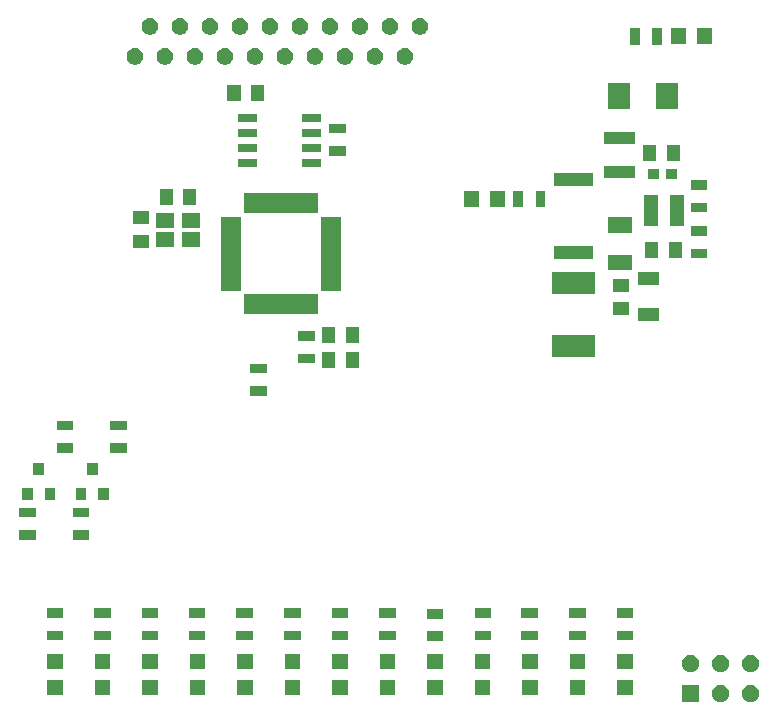
<source format=gts>
G04 #@! TF.GenerationSoftware,KiCad,Pcbnew,5.1.5-52549c5~84~ubuntu18.04.1*
G04 #@! TF.CreationDate,2019-12-12T20:24:59-05:00*
G04 #@! TF.ProjectId,Shutdown_Sense,53687574-646f-4776-9e5f-53656e73652e,rev?*
G04 #@! TF.SameCoordinates,Original*
G04 #@! TF.FileFunction,Soldermask,Top*
G04 #@! TF.FilePolarity,Negative*
%FSLAX46Y46*%
G04 Gerber Fmt 4.6, Leading zero omitted, Abs format (unit mm)*
G04 Created by KiCad (PCBNEW 5.1.5-52549c5~84~ubuntu18.04.1) date 2019-12-12 20:24:59*
%MOMM*%
%LPD*%
G04 APERTURE LIST*
%ADD10C,0.100000*%
G04 APERTURE END LIST*
D10*
G36*
X188483859Y-98693460D02*
G01*
X188620532Y-98750072D01*
X188743535Y-98832260D01*
X188848140Y-98936865D01*
X188930328Y-99059868D01*
X188986940Y-99196541D01*
X189015800Y-99341633D01*
X189015800Y-99489567D01*
X188986940Y-99634659D01*
X188930328Y-99771332D01*
X188848140Y-99894335D01*
X188743535Y-99998940D01*
X188620532Y-100081128D01*
X188620531Y-100081129D01*
X188620530Y-100081129D01*
X188483859Y-100137740D01*
X188338768Y-100166600D01*
X188190832Y-100166600D01*
X188045741Y-100137740D01*
X187909070Y-100081129D01*
X187909069Y-100081129D01*
X187909068Y-100081128D01*
X187786065Y-99998940D01*
X187681460Y-99894335D01*
X187599272Y-99771332D01*
X187542660Y-99634659D01*
X187513800Y-99489567D01*
X187513800Y-99341633D01*
X187542660Y-99196541D01*
X187599272Y-99059868D01*
X187681460Y-98936865D01*
X187786065Y-98832260D01*
X187909068Y-98750072D01*
X188045741Y-98693460D01*
X188190832Y-98664600D01*
X188338768Y-98664600D01*
X188483859Y-98693460D01*
G37*
G36*
X185943859Y-98693460D02*
G01*
X186080532Y-98750072D01*
X186203535Y-98832260D01*
X186308140Y-98936865D01*
X186390328Y-99059868D01*
X186446940Y-99196541D01*
X186475800Y-99341633D01*
X186475800Y-99489567D01*
X186446940Y-99634659D01*
X186390328Y-99771332D01*
X186308140Y-99894335D01*
X186203535Y-99998940D01*
X186080532Y-100081128D01*
X186080531Y-100081129D01*
X186080530Y-100081129D01*
X185943859Y-100137740D01*
X185798768Y-100166600D01*
X185650832Y-100166600D01*
X185505741Y-100137740D01*
X185369070Y-100081129D01*
X185369069Y-100081129D01*
X185369068Y-100081128D01*
X185246065Y-99998940D01*
X185141460Y-99894335D01*
X185059272Y-99771332D01*
X185002660Y-99634659D01*
X184973800Y-99489567D01*
X184973800Y-99341633D01*
X185002660Y-99196541D01*
X185059272Y-99059868D01*
X185141460Y-98936865D01*
X185246065Y-98832260D01*
X185369068Y-98750072D01*
X185505741Y-98693460D01*
X185650832Y-98664600D01*
X185798768Y-98664600D01*
X185943859Y-98693460D01*
G37*
G36*
X183935800Y-100166600D02*
G01*
X182433800Y-100166600D01*
X182433800Y-98664600D01*
X183935800Y-98664600D01*
X183935800Y-100166600D01*
G37*
G36*
X142103598Y-99591800D02*
G01*
X140801598Y-99591800D01*
X140801598Y-98289800D01*
X142103598Y-98289800D01*
X142103598Y-99591800D01*
G37*
G36*
X146125264Y-99591800D02*
G01*
X144823264Y-99591800D01*
X144823264Y-98289800D01*
X146125264Y-98289800D01*
X146125264Y-99591800D01*
G37*
G36*
X130038600Y-99591800D02*
G01*
X128736600Y-99591800D01*
X128736600Y-98289800D01*
X130038600Y-98289800D01*
X130038600Y-99591800D01*
G37*
G36*
X178298600Y-99591800D02*
G01*
X176996600Y-99591800D01*
X176996600Y-98289800D01*
X178298600Y-98289800D01*
X178298600Y-99591800D01*
G37*
G36*
X174276926Y-99591800D02*
G01*
X172974926Y-99591800D01*
X172974926Y-98289800D01*
X174276926Y-98289800D01*
X174276926Y-99591800D01*
G37*
G36*
X170255260Y-99591800D02*
G01*
X168953260Y-99591800D01*
X168953260Y-98289800D01*
X170255260Y-98289800D01*
X170255260Y-99591800D01*
G37*
G36*
X166233594Y-99591800D02*
G01*
X164931594Y-99591800D01*
X164931594Y-98289800D01*
X166233594Y-98289800D01*
X166233594Y-99591800D01*
G37*
G36*
X162211928Y-99591800D02*
G01*
X160909928Y-99591800D01*
X160909928Y-98289800D01*
X162211928Y-98289800D01*
X162211928Y-99591800D01*
G37*
G36*
X134060266Y-99591800D02*
G01*
X132758266Y-99591800D01*
X132758266Y-98289800D01*
X134060266Y-98289800D01*
X134060266Y-99591800D01*
G37*
G36*
X138081932Y-99591800D02*
G01*
X136779932Y-99591800D01*
X136779932Y-98289800D01*
X138081932Y-98289800D01*
X138081932Y-99591800D01*
G37*
G36*
X158190262Y-99591800D02*
G01*
X156888262Y-99591800D01*
X156888262Y-98289800D01*
X158190262Y-98289800D01*
X158190262Y-99591800D01*
G37*
G36*
X154168596Y-99591800D02*
G01*
X152866596Y-99591800D01*
X152866596Y-98289800D01*
X154168596Y-98289800D01*
X154168596Y-99591800D01*
G37*
G36*
X150146930Y-99591800D02*
G01*
X148844930Y-99591800D01*
X148844930Y-98289800D01*
X150146930Y-98289800D01*
X150146930Y-99591800D01*
G37*
G36*
X188483859Y-96153460D02*
G01*
X188620532Y-96210072D01*
X188743535Y-96292260D01*
X188848140Y-96396865D01*
X188930328Y-96519868D01*
X188986940Y-96656541D01*
X189015800Y-96801633D01*
X189015800Y-96949567D01*
X188986940Y-97094659D01*
X188930328Y-97231332D01*
X188848140Y-97354335D01*
X188743535Y-97458940D01*
X188620532Y-97541128D01*
X188620531Y-97541129D01*
X188620530Y-97541129D01*
X188483859Y-97597740D01*
X188338768Y-97626600D01*
X188190832Y-97626600D01*
X188045741Y-97597740D01*
X187909070Y-97541129D01*
X187909069Y-97541129D01*
X187909068Y-97541128D01*
X187786065Y-97458940D01*
X187681460Y-97354335D01*
X187599272Y-97231332D01*
X187542660Y-97094659D01*
X187513800Y-96949567D01*
X187513800Y-96801633D01*
X187542660Y-96656541D01*
X187599272Y-96519868D01*
X187681460Y-96396865D01*
X187786065Y-96292260D01*
X187909068Y-96210072D01*
X188045741Y-96153460D01*
X188190832Y-96124600D01*
X188338768Y-96124600D01*
X188483859Y-96153460D01*
G37*
G36*
X185943859Y-96153460D02*
G01*
X186080532Y-96210072D01*
X186203535Y-96292260D01*
X186308140Y-96396865D01*
X186390328Y-96519868D01*
X186446940Y-96656541D01*
X186475800Y-96801633D01*
X186475800Y-96949567D01*
X186446940Y-97094659D01*
X186390328Y-97231332D01*
X186308140Y-97354335D01*
X186203535Y-97458940D01*
X186080532Y-97541128D01*
X186080531Y-97541129D01*
X186080530Y-97541129D01*
X185943859Y-97597740D01*
X185798768Y-97626600D01*
X185650832Y-97626600D01*
X185505741Y-97597740D01*
X185369070Y-97541129D01*
X185369069Y-97541129D01*
X185369068Y-97541128D01*
X185246065Y-97458940D01*
X185141460Y-97354335D01*
X185059272Y-97231332D01*
X185002660Y-97094659D01*
X184973800Y-96949567D01*
X184973800Y-96801633D01*
X185002660Y-96656541D01*
X185059272Y-96519868D01*
X185141460Y-96396865D01*
X185246065Y-96292260D01*
X185369068Y-96210072D01*
X185505741Y-96153460D01*
X185650832Y-96124600D01*
X185798768Y-96124600D01*
X185943859Y-96153460D01*
G37*
G36*
X183403859Y-96153460D02*
G01*
X183540532Y-96210072D01*
X183663535Y-96292260D01*
X183768140Y-96396865D01*
X183850328Y-96519868D01*
X183906940Y-96656541D01*
X183935800Y-96801633D01*
X183935800Y-96949567D01*
X183906940Y-97094659D01*
X183850328Y-97231332D01*
X183768140Y-97354335D01*
X183663535Y-97458940D01*
X183540532Y-97541128D01*
X183540531Y-97541129D01*
X183540530Y-97541129D01*
X183403859Y-97597740D01*
X183258768Y-97626600D01*
X183110832Y-97626600D01*
X182965741Y-97597740D01*
X182829070Y-97541129D01*
X182829069Y-97541129D01*
X182829068Y-97541128D01*
X182706065Y-97458940D01*
X182601460Y-97354335D01*
X182519272Y-97231332D01*
X182462660Y-97094659D01*
X182433800Y-96949567D01*
X182433800Y-96801633D01*
X182462660Y-96656541D01*
X182519272Y-96519868D01*
X182601460Y-96396865D01*
X182706065Y-96292260D01*
X182829068Y-96210072D01*
X182965741Y-96153460D01*
X183110832Y-96124600D01*
X183258768Y-96124600D01*
X183403859Y-96153460D01*
G37*
G36*
X154168596Y-97391800D02*
G01*
X152866596Y-97391800D01*
X152866596Y-96089800D01*
X154168596Y-96089800D01*
X154168596Y-97391800D01*
G37*
G36*
X130038600Y-97391800D02*
G01*
X128736600Y-97391800D01*
X128736600Y-96089800D01*
X130038600Y-96089800D01*
X130038600Y-97391800D01*
G37*
G36*
X178298600Y-97391800D02*
G01*
X176996600Y-97391800D01*
X176996600Y-96089800D01*
X178298600Y-96089800D01*
X178298600Y-97391800D01*
G37*
G36*
X174276926Y-97391800D02*
G01*
X172974926Y-97391800D01*
X172974926Y-96089800D01*
X174276926Y-96089800D01*
X174276926Y-97391800D01*
G37*
G36*
X146125264Y-97391800D02*
G01*
X144823264Y-97391800D01*
X144823264Y-96089800D01*
X146125264Y-96089800D01*
X146125264Y-97391800D01*
G37*
G36*
X170255260Y-97391800D02*
G01*
X168953260Y-97391800D01*
X168953260Y-96089800D01*
X170255260Y-96089800D01*
X170255260Y-97391800D01*
G37*
G36*
X166233594Y-97391800D02*
G01*
X164931594Y-97391800D01*
X164931594Y-96089800D01*
X166233594Y-96089800D01*
X166233594Y-97391800D01*
G37*
G36*
X162211928Y-97391800D02*
G01*
X160909928Y-97391800D01*
X160909928Y-96089800D01*
X162211928Y-96089800D01*
X162211928Y-97391800D01*
G37*
G36*
X142103598Y-97391800D02*
G01*
X140801598Y-97391800D01*
X140801598Y-96089800D01*
X142103598Y-96089800D01*
X142103598Y-97391800D01*
G37*
G36*
X134060266Y-97391800D02*
G01*
X132758266Y-97391800D01*
X132758266Y-96089800D01*
X134060266Y-96089800D01*
X134060266Y-97391800D01*
G37*
G36*
X150146930Y-97391800D02*
G01*
X148844930Y-97391800D01*
X148844930Y-96089800D01*
X150146930Y-96089800D01*
X150146930Y-97391800D01*
G37*
G36*
X138081932Y-97391800D02*
G01*
X136779932Y-97391800D01*
X136779932Y-96089800D01*
X138081932Y-96089800D01*
X138081932Y-97391800D01*
G37*
G36*
X158190262Y-97391800D02*
G01*
X156888262Y-97391800D01*
X156888262Y-96089800D01*
X158190262Y-96089800D01*
X158190262Y-97391800D01*
G37*
G36*
X162245000Y-94975400D02*
G01*
X160843000Y-94975400D01*
X160843000Y-94173400D01*
X162245000Y-94173400D01*
X162245000Y-94975400D01*
G37*
G36*
X170271400Y-94924600D02*
G01*
X168869400Y-94924600D01*
X168869400Y-94122600D01*
X170271400Y-94122600D01*
X170271400Y-94924600D01*
G37*
G36*
X138115000Y-94924600D02*
G01*
X136713000Y-94924600D01*
X136713000Y-94122600D01*
X138115000Y-94122600D01*
X138115000Y-94924600D01*
G37*
G36*
X130088600Y-94924600D02*
G01*
X128686600Y-94924600D01*
X128686600Y-94122600D01*
X130088600Y-94122600D01*
X130088600Y-94924600D01*
G37*
G36*
X174335400Y-94924600D02*
G01*
X172933400Y-94924600D01*
X172933400Y-94122600D01*
X174335400Y-94122600D01*
X174335400Y-94924600D01*
G37*
G36*
X166309000Y-94924600D02*
G01*
X164907000Y-94924600D01*
X164907000Y-94122600D01*
X166309000Y-94122600D01*
X166309000Y-94924600D01*
G37*
G36*
X154218600Y-94924600D02*
G01*
X152816600Y-94924600D01*
X152816600Y-94122600D01*
X154218600Y-94122600D01*
X154218600Y-94924600D01*
G37*
G36*
X158231800Y-94924600D02*
G01*
X156829800Y-94924600D01*
X156829800Y-94122600D01*
X158231800Y-94122600D01*
X158231800Y-94924600D01*
G37*
G36*
X134101800Y-94924600D02*
G01*
X132699800Y-94924600D01*
X132699800Y-94122600D01*
X134101800Y-94122600D01*
X134101800Y-94924600D01*
G37*
G36*
X142128200Y-94924600D02*
G01*
X140726200Y-94924600D01*
X140726200Y-94122600D01*
X142128200Y-94122600D01*
X142128200Y-94924600D01*
G37*
G36*
X150205400Y-94924600D02*
G01*
X148803400Y-94924600D01*
X148803400Y-94122600D01*
X150205400Y-94122600D01*
X150205400Y-94924600D01*
G37*
G36*
X146141400Y-94924600D02*
G01*
X144739400Y-94924600D01*
X144739400Y-94122600D01*
X146141400Y-94122600D01*
X146141400Y-94924600D01*
G37*
G36*
X178348600Y-94909400D02*
G01*
X176946600Y-94909400D01*
X176946600Y-94107400D01*
X178348600Y-94107400D01*
X178348600Y-94909400D01*
G37*
G36*
X162245000Y-93075400D02*
G01*
X160843000Y-93075400D01*
X160843000Y-92273400D01*
X162245000Y-92273400D01*
X162245000Y-93075400D01*
G37*
G36*
X174335400Y-93024600D02*
G01*
X172933400Y-93024600D01*
X172933400Y-92222600D01*
X174335400Y-92222600D01*
X174335400Y-93024600D01*
G37*
G36*
X142128200Y-93024600D02*
G01*
X140726200Y-93024600D01*
X140726200Y-92222600D01*
X142128200Y-92222600D01*
X142128200Y-93024600D01*
G37*
G36*
X146141400Y-93024600D02*
G01*
X144739400Y-93024600D01*
X144739400Y-92222600D01*
X146141400Y-92222600D01*
X146141400Y-93024600D01*
G37*
G36*
X150205400Y-93024600D02*
G01*
X148803400Y-93024600D01*
X148803400Y-92222600D01*
X150205400Y-92222600D01*
X150205400Y-93024600D01*
G37*
G36*
X154218600Y-93024600D02*
G01*
X152816600Y-93024600D01*
X152816600Y-92222600D01*
X154218600Y-92222600D01*
X154218600Y-93024600D01*
G37*
G36*
X158231800Y-93024600D02*
G01*
X156829800Y-93024600D01*
X156829800Y-92222600D01*
X158231800Y-92222600D01*
X158231800Y-93024600D01*
G37*
G36*
X166309000Y-93024600D02*
G01*
X164907000Y-93024600D01*
X164907000Y-92222600D01*
X166309000Y-92222600D01*
X166309000Y-93024600D01*
G37*
G36*
X170271400Y-93024600D02*
G01*
X168869400Y-93024600D01*
X168869400Y-92222600D01*
X170271400Y-92222600D01*
X170271400Y-93024600D01*
G37*
G36*
X130088600Y-93024600D02*
G01*
X128686600Y-93024600D01*
X128686600Y-92222600D01*
X130088600Y-92222600D01*
X130088600Y-93024600D01*
G37*
G36*
X134101800Y-93024600D02*
G01*
X132699800Y-93024600D01*
X132699800Y-92222600D01*
X134101800Y-92222600D01*
X134101800Y-93024600D01*
G37*
G36*
X138115000Y-93024600D02*
G01*
X136713000Y-93024600D01*
X136713000Y-92222600D01*
X138115000Y-92222600D01*
X138115000Y-93024600D01*
G37*
G36*
X178348600Y-93009400D02*
G01*
X176946600Y-93009400D01*
X176946600Y-92207400D01*
X178348600Y-92207400D01*
X178348600Y-93009400D01*
G37*
G36*
X132273000Y-86390200D02*
G01*
X130871000Y-86390200D01*
X130871000Y-85588200D01*
X132273000Y-85588200D01*
X132273000Y-86390200D01*
G37*
G36*
X127751800Y-86390200D02*
G01*
X126349800Y-86390200D01*
X126349800Y-85588200D01*
X127751800Y-85588200D01*
X127751800Y-86390200D01*
G37*
G36*
X132273000Y-84490200D02*
G01*
X130871000Y-84490200D01*
X130871000Y-83688200D01*
X132273000Y-83688200D01*
X132273000Y-84490200D01*
G37*
G36*
X127751800Y-84490200D02*
G01*
X126349800Y-84490200D01*
X126349800Y-83688200D01*
X127751800Y-83688200D01*
X127751800Y-84490200D01*
G37*
G36*
X132038200Y-83034200D02*
G01*
X131136200Y-83034200D01*
X131136200Y-82032200D01*
X132038200Y-82032200D01*
X132038200Y-83034200D01*
G37*
G36*
X129417000Y-83034200D02*
G01*
X128515000Y-83034200D01*
X128515000Y-82032200D01*
X129417000Y-82032200D01*
X129417000Y-83034200D01*
G37*
G36*
X127517000Y-83034200D02*
G01*
X126615000Y-83034200D01*
X126615000Y-82032200D01*
X127517000Y-82032200D01*
X127517000Y-83034200D01*
G37*
G36*
X133938200Y-83034200D02*
G01*
X133036200Y-83034200D01*
X133036200Y-82032200D01*
X133938200Y-82032200D01*
X133938200Y-83034200D01*
G37*
G36*
X132988200Y-80934200D02*
G01*
X132086200Y-80934200D01*
X132086200Y-79932200D01*
X132988200Y-79932200D01*
X132988200Y-80934200D01*
G37*
G36*
X128467000Y-80934200D02*
G01*
X127565000Y-80934200D01*
X127565000Y-79932200D01*
X128467000Y-79932200D01*
X128467000Y-80934200D01*
G37*
G36*
X135473400Y-79024200D02*
G01*
X134071400Y-79024200D01*
X134071400Y-78222200D01*
X135473400Y-78222200D01*
X135473400Y-79024200D01*
G37*
G36*
X130952200Y-79024200D02*
G01*
X129550200Y-79024200D01*
X129550200Y-78222200D01*
X130952200Y-78222200D01*
X130952200Y-79024200D01*
G37*
G36*
X130952200Y-77124200D02*
G01*
X129550200Y-77124200D01*
X129550200Y-76322200D01*
X130952200Y-76322200D01*
X130952200Y-77124200D01*
G37*
G36*
X135473400Y-77124200D02*
G01*
X134071400Y-77124200D01*
X134071400Y-76322200D01*
X135473400Y-76322200D01*
X135473400Y-77124200D01*
G37*
G36*
X147309800Y-74198200D02*
G01*
X145907800Y-74198200D01*
X145907800Y-73396200D01*
X147309800Y-73396200D01*
X147309800Y-74198200D01*
G37*
G36*
X147309800Y-72298200D02*
G01*
X145907800Y-72298200D01*
X145907800Y-71496200D01*
X147309800Y-71496200D01*
X147309800Y-72298200D01*
G37*
G36*
X155119400Y-71846800D02*
G01*
X154017400Y-71846800D01*
X154017400Y-70494800D01*
X155119400Y-70494800D01*
X155119400Y-71846800D01*
G37*
G36*
X153119400Y-71846800D02*
G01*
X152017400Y-71846800D01*
X152017400Y-70494800D01*
X153119400Y-70494800D01*
X153119400Y-71846800D01*
G37*
G36*
X151373800Y-71455000D02*
G01*
X149971800Y-71455000D01*
X149971800Y-70653000D01*
X151373800Y-70653000D01*
X151373800Y-71455000D01*
G37*
G36*
X175084900Y-70920000D02*
G01*
X171482900Y-70920000D01*
X171482900Y-69038000D01*
X175084900Y-69038000D01*
X175084900Y-70920000D01*
G37*
G36*
X153119400Y-69764000D02*
G01*
X152017400Y-69764000D01*
X152017400Y-68412000D01*
X153119400Y-68412000D01*
X153119400Y-69764000D01*
G37*
G36*
X155119400Y-69764000D02*
G01*
X154017400Y-69764000D01*
X154017400Y-68412000D01*
X155119400Y-68412000D01*
X155119400Y-69764000D01*
G37*
G36*
X151373800Y-69555000D02*
G01*
X149971800Y-69555000D01*
X149971800Y-68753000D01*
X151373800Y-68753000D01*
X151373800Y-69555000D01*
G37*
G36*
X180484900Y-67869000D02*
G01*
X178782900Y-67869000D01*
X178782900Y-66767000D01*
X180484900Y-66767000D01*
X180484900Y-67869000D01*
G37*
G36*
X177960400Y-67393000D02*
G01*
X176608400Y-67393000D01*
X176608400Y-66291000D01*
X177960400Y-66291000D01*
X177960400Y-67393000D01*
G37*
G36*
X151665200Y-67280200D02*
G01*
X145413200Y-67280200D01*
X145413200Y-65578200D01*
X151665200Y-65578200D01*
X151665200Y-67280200D01*
G37*
G36*
X175084900Y-65640000D02*
G01*
X171482900Y-65640000D01*
X171482900Y-63758000D01*
X175084900Y-63758000D01*
X175084900Y-65640000D01*
G37*
G36*
X177960400Y-65393000D02*
G01*
X176608400Y-65393000D01*
X176608400Y-64291000D01*
X177960400Y-64291000D01*
X177960400Y-65393000D01*
G37*
G36*
X145140200Y-65305200D02*
G01*
X143438200Y-65305200D01*
X143438200Y-59053200D01*
X145140200Y-59053200D01*
X145140200Y-65305200D01*
G37*
G36*
X153640200Y-65305200D02*
G01*
X151938200Y-65305200D01*
X151938200Y-59053200D01*
X153640200Y-59053200D01*
X153640200Y-65305200D01*
G37*
G36*
X180484900Y-64869000D02*
G01*
X178782900Y-64869000D01*
X178782900Y-63767000D01*
X180484900Y-63767000D01*
X180484900Y-64869000D01*
G37*
G36*
X178269360Y-63597400D02*
G01*
X176167360Y-63597400D01*
X176167360Y-62295400D01*
X178269360Y-62295400D01*
X178269360Y-63597400D01*
G37*
G36*
X174929820Y-62648900D02*
G01*
X171627820Y-62648900D01*
X171627820Y-61546900D01*
X174929820Y-61546900D01*
X174929820Y-62648900D01*
G37*
G36*
X184607180Y-62565120D02*
G01*
X183205180Y-62565120D01*
X183205180Y-61763120D01*
X184607180Y-61763120D01*
X184607180Y-62565120D01*
G37*
G36*
X180454900Y-62517500D02*
G01*
X179352900Y-62517500D01*
X179352900Y-61165500D01*
X180454900Y-61165500D01*
X180454900Y-62517500D01*
G37*
G36*
X182454900Y-62517500D02*
G01*
X181352900Y-62517500D01*
X181352900Y-61165500D01*
X182454900Y-61165500D01*
X182454900Y-62517500D01*
G37*
G36*
X137378800Y-61698200D02*
G01*
X136026800Y-61698200D01*
X136026800Y-60596200D01*
X137378800Y-60596200D01*
X137378800Y-61698200D01*
G37*
G36*
X139452600Y-61649000D02*
G01*
X137950600Y-61649000D01*
X137950600Y-60347000D01*
X139452600Y-60347000D01*
X139452600Y-61649000D01*
G37*
G36*
X141652600Y-61649000D02*
G01*
X140150600Y-61649000D01*
X140150600Y-60347000D01*
X141652600Y-60347000D01*
X141652600Y-61649000D01*
G37*
G36*
X184607180Y-60665120D02*
G01*
X183205180Y-60665120D01*
X183205180Y-59863120D01*
X184607180Y-59863120D01*
X184607180Y-60665120D01*
G37*
G36*
X178269360Y-60397400D02*
G01*
X176167360Y-60397400D01*
X176167360Y-59095400D01*
X178269360Y-59095400D01*
X178269360Y-60397400D01*
G37*
G36*
X139452600Y-60049000D02*
G01*
X137950600Y-60049000D01*
X137950600Y-58747000D01*
X139452600Y-58747000D01*
X139452600Y-60049000D01*
G37*
G36*
X141652600Y-60049000D02*
G01*
X140150600Y-60049000D01*
X140150600Y-58747000D01*
X141652600Y-58747000D01*
X141652600Y-60049000D01*
G37*
G36*
X182600100Y-59873300D02*
G01*
X181438100Y-59873300D01*
X181438100Y-57221300D01*
X182600100Y-57221300D01*
X182600100Y-59873300D01*
G37*
G36*
X180400100Y-59873300D02*
G01*
X179238100Y-59873300D01*
X179238100Y-57221300D01*
X180400100Y-57221300D01*
X180400100Y-59873300D01*
G37*
G36*
X137378800Y-59698200D02*
G01*
X136026800Y-59698200D01*
X136026800Y-58596200D01*
X137378800Y-58596200D01*
X137378800Y-59698200D01*
G37*
G36*
X151665200Y-58780200D02*
G01*
X145413200Y-58780200D01*
X145413200Y-57078200D01*
X151665200Y-57078200D01*
X151665200Y-58780200D01*
G37*
G36*
X184622420Y-58678920D02*
G01*
X183220420Y-58678920D01*
X183220420Y-57876920D01*
X184622420Y-57876920D01*
X184622420Y-58678920D01*
G37*
G36*
X170885900Y-58270700D02*
G01*
X170083900Y-58270700D01*
X170083900Y-56868700D01*
X170885900Y-56868700D01*
X170885900Y-58270700D01*
G37*
G36*
X168985900Y-58270700D02*
G01*
X168183900Y-58270700D01*
X168183900Y-56868700D01*
X168985900Y-56868700D01*
X168985900Y-58270700D01*
G37*
G36*
X165285900Y-58220700D02*
G01*
X163983900Y-58220700D01*
X163983900Y-56918700D01*
X165285900Y-56918700D01*
X165285900Y-58220700D01*
G37*
G36*
X167485900Y-58220700D02*
G01*
X166183900Y-58220700D01*
X166183900Y-56918700D01*
X167485900Y-56918700D01*
X167485900Y-58220700D01*
G37*
G36*
X141352600Y-58080000D02*
G01*
X140250600Y-58080000D01*
X140250600Y-56728000D01*
X141352600Y-56728000D01*
X141352600Y-58080000D01*
G37*
G36*
X139352600Y-58080000D02*
G01*
X138250600Y-58080000D01*
X138250600Y-56728000D01*
X139352600Y-56728000D01*
X139352600Y-58080000D01*
G37*
G36*
X184622420Y-56778920D02*
G01*
X183220420Y-56778920D01*
X183220420Y-55976920D01*
X184622420Y-55976920D01*
X184622420Y-56778920D01*
G37*
G36*
X174929820Y-56448900D02*
G01*
X171627820Y-56448900D01*
X171627820Y-55346900D01*
X174929820Y-55346900D01*
X174929820Y-56448900D01*
G37*
G36*
X182025400Y-55854000D02*
G01*
X181123400Y-55854000D01*
X181123400Y-55002000D01*
X182025400Y-55002000D01*
X182025400Y-55854000D01*
G37*
G36*
X180525400Y-55854000D02*
G01*
X179623400Y-55854000D01*
X179623400Y-55002000D01*
X180525400Y-55002000D01*
X180525400Y-55854000D01*
G37*
G36*
X178458400Y-55791500D02*
G01*
X175856400Y-55791500D01*
X175856400Y-54789500D01*
X178458400Y-54789500D01*
X178458400Y-55791500D01*
G37*
G36*
X151912800Y-54834000D02*
G01*
X150260800Y-54834000D01*
X150260800Y-54132000D01*
X151912800Y-54132000D01*
X151912800Y-54834000D01*
G37*
G36*
X146512800Y-54834000D02*
G01*
X144860800Y-54834000D01*
X144860800Y-54132000D01*
X146512800Y-54132000D01*
X146512800Y-54834000D01*
G37*
G36*
X180284720Y-54298060D02*
G01*
X179182720Y-54298060D01*
X179182720Y-52946060D01*
X180284720Y-52946060D01*
X180284720Y-54298060D01*
G37*
G36*
X182284720Y-54298060D02*
G01*
X181182720Y-54298060D01*
X181182720Y-52946060D01*
X182284720Y-52946060D01*
X182284720Y-54298060D01*
G37*
G36*
X154015400Y-53878200D02*
G01*
X152613400Y-53878200D01*
X152613400Y-53076200D01*
X154015400Y-53076200D01*
X154015400Y-53878200D01*
G37*
G36*
X146512800Y-53564000D02*
G01*
X144860800Y-53564000D01*
X144860800Y-52862000D01*
X146512800Y-52862000D01*
X146512800Y-53564000D01*
G37*
G36*
X151912800Y-53564000D02*
G01*
X150260800Y-53564000D01*
X150260800Y-52862000D01*
X151912800Y-52862000D01*
X151912800Y-53564000D01*
G37*
G36*
X178458400Y-52891500D02*
G01*
X175856400Y-52891500D01*
X175856400Y-51889500D01*
X178458400Y-51889500D01*
X178458400Y-52891500D01*
G37*
G36*
X146512800Y-52294000D02*
G01*
X144860800Y-52294000D01*
X144860800Y-51592000D01*
X146512800Y-51592000D01*
X146512800Y-52294000D01*
G37*
G36*
X151912800Y-52294000D02*
G01*
X150260800Y-52294000D01*
X150260800Y-51592000D01*
X151912800Y-51592000D01*
X151912800Y-52294000D01*
G37*
G36*
X154015400Y-51978200D02*
G01*
X152613400Y-51978200D01*
X152613400Y-51176200D01*
X154015400Y-51176200D01*
X154015400Y-51978200D01*
G37*
G36*
X151912800Y-51024000D02*
G01*
X150260800Y-51024000D01*
X150260800Y-50322000D01*
X151912800Y-50322000D01*
X151912800Y-51024000D01*
G37*
G36*
X146512800Y-51024000D02*
G01*
X144860800Y-51024000D01*
X144860800Y-50322000D01*
X146512800Y-50322000D01*
X146512800Y-51024000D01*
G37*
G36*
X182161400Y-49954500D02*
G01*
X180281400Y-49954500D01*
X180281400Y-47693500D01*
X182161400Y-47693500D01*
X182161400Y-49954500D01*
G37*
G36*
X178097400Y-49954500D02*
G01*
X176217400Y-49954500D01*
X176217400Y-47693500D01*
X178097400Y-47693500D01*
X178097400Y-49954500D01*
G37*
G36*
X145093000Y-49240800D02*
G01*
X143991000Y-49240800D01*
X143991000Y-47888800D01*
X145093000Y-47888800D01*
X145093000Y-49240800D01*
G37*
G36*
X147093000Y-49240800D02*
G01*
X145991000Y-49240800D01*
X145991000Y-47888800D01*
X147093000Y-47888800D01*
X147093000Y-49240800D01*
G37*
G36*
X138888473Y-44799938D02*
G01*
X139016049Y-44852782D01*
X139130859Y-44929495D01*
X139228505Y-45027141D01*
X139305218Y-45141951D01*
X139358062Y-45269527D01*
X139385000Y-45404956D01*
X139385000Y-45543044D01*
X139358062Y-45678473D01*
X139305218Y-45806049D01*
X139228505Y-45920859D01*
X139130859Y-46018505D01*
X139016049Y-46095218D01*
X138888473Y-46148062D01*
X138753044Y-46175000D01*
X138614956Y-46175000D01*
X138479527Y-46148062D01*
X138351951Y-46095218D01*
X138237141Y-46018505D01*
X138139495Y-45920859D01*
X138062782Y-45806049D01*
X138009938Y-45678473D01*
X137983000Y-45543044D01*
X137983000Y-45404956D01*
X138009938Y-45269527D01*
X138062782Y-45141951D01*
X138139495Y-45027141D01*
X138237141Y-44929495D01*
X138351951Y-44852782D01*
X138479527Y-44799938D01*
X138614956Y-44773000D01*
X138753044Y-44773000D01*
X138888473Y-44799938D01*
G37*
G36*
X143968473Y-44799938D02*
G01*
X144096049Y-44852782D01*
X144210859Y-44929495D01*
X144308505Y-45027141D01*
X144385218Y-45141951D01*
X144438062Y-45269527D01*
X144465000Y-45404956D01*
X144465000Y-45543044D01*
X144438062Y-45678473D01*
X144385218Y-45806049D01*
X144308505Y-45920859D01*
X144210859Y-46018505D01*
X144096049Y-46095218D01*
X143968473Y-46148062D01*
X143833044Y-46175000D01*
X143694956Y-46175000D01*
X143559527Y-46148062D01*
X143431951Y-46095218D01*
X143317141Y-46018505D01*
X143219495Y-45920859D01*
X143142782Y-45806049D01*
X143089938Y-45678473D01*
X143063000Y-45543044D01*
X143063000Y-45404956D01*
X143089938Y-45269527D01*
X143142782Y-45141951D01*
X143219495Y-45027141D01*
X143317141Y-44929495D01*
X143431951Y-44852782D01*
X143559527Y-44799938D01*
X143694956Y-44773000D01*
X143833044Y-44773000D01*
X143968473Y-44799938D01*
G37*
G36*
X146508473Y-44799938D02*
G01*
X146636049Y-44852782D01*
X146750859Y-44929495D01*
X146848505Y-45027141D01*
X146925218Y-45141951D01*
X146978062Y-45269527D01*
X147005000Y-45404956D01*
X147005000Y-45543044D01*
X146978062Y-45678473D01*
X146925218Y-45806049D01*
X146848505Y-45920859D01*
X146750859Y-46018505D01*
X146636049Y-46095218D01*
X146508473Y-46148062D01*
X146373044Y-46175000D01*
X146234956Y-46175000D01*
X146099527Y-46148062D01*
X145971951Y-46095218D01*
X145857141Y-46018505D01*
X145759495Y-45920859D01*
X145682782Y-45806049D01*
X145629938Y-45678473D01*
X145603000Y-45543044D01*
X145603000Y-45404956D01*
X145629938Y-45269527D01*
X145682782Y-45141951D01*
X145759495Y-45027141D01*
X145857141Y-44929495D01*
X145971951Y-44852782D01*
X146099527Y-44799938D01*
X146234956Y-44773000D01*
X146373044Y-44773000D01*
X146508473Y-44799938D01*
G37*
G36*
X149048473Y-44799938D02*
G01*
X149176049Y-44852782D01*
X149290859Y-44929495D01*
X149388505Y-45027141D01*
X149465218Y-45141951D01*
X149518062Y-45269527D01*
X149545000Y-45404956D01*
X149545000Y-45543044D01*
X149518062Y-45678473D01*
X149465218Y-45806049D01*
X149388505Y-45920859D01*
X149290859Y-46018505D01*
X149176049Y-46095218D01*
X149048473Y-46148062D01*
X148913044Y-46175000D01*
X148774956Y-46175000D01*
X148639527Y-46148062D01*
X148511951Y-46095218D01*
X148397141Y-46018505D01*
X148299495Y-45920859D01*
X148222782Y-45806049D01*
X148169938Y-45678473D01*
X148143000Y-45543044D01*
X148143000Y-45404956D01*
X148169938Y-45269527D01*
X148222782Y-45141951D01*
X148299495Y-45027141D01*
X148397141Y-44929495D01*
X148511951Y-44852782D01*
X148639527Y-44799938D01*
X148774956Y-44773000D01*
X148913044Y-44773000D01*
X149048473Y-44799938D01*
G37*
G36*
X154128473Y-44799938D02*
G01*
X154256049Y-44852782D01*
X154370859Y-44929495D01*
X154468505Y-45027141D01*
X154545218Y-45141951D01*
X154598062Y-45269527D01*
X154625000Y-45404956D01*
X154625000Y-45543044D01*
X154598062Y-45678473D01*
X154545218Y-45806049D01*
X154468505Y-45920859D01*
X154370859Y-46018505D01*
X154256049Y-46095218D01*
X154128473Y-46148062D01*
X153993044Y-46175000D01*
X153854956Y-46175000D01*
X153719527Y-46148062D01*
X153591951Y-46095218D01*
X153477141Y-46018505D01*
X153379495Y-45920859D01*
X153302782Y-45806049D01*
X153249938Y-45678473D01*
X153223000Y-45543044D01*
X153223000Y-45404956D01*
X153249938Y-45269527D01*
X153302782Y-45141951D01*
X153379495Y-45027141D01*
X153477141Y-44929495D01*
X153591951Y-44852782D01*
X153719527Y-44799938D01*
X153854956Y-44773000D01*
X153993044Y-44773000D01*
X154128473Y-44799938D01*
G37*
G36*
X156668473Y-44799938D02*
G01*
X156796049Y-44852782D01*
X156910859Y-44929495D01*
X157008505Y-45027141D01*
X157085218Y-45141951D01*
X157138062Y-45269527D01*
X157165000Y-45404956D01*
X157165000Y-45543044D01*
X157138062Y-45678473D01*
X157085218Y-45806049D01*
X157008505Y-45920859D01*
X156910859Y-46018505D01*
X156796049Y-46095218D01*
X156668473Y-46148062D01*
X156533044Y-46175000D01*
X156394956Y-46175000D01*
X156259527Y-46148062D01*
X156131951Y-46095218D01*
X156017141Y-46018505D01*
X155919495Y-45920859D01*
X155842782Y-45806049D01*
X155789938Y-45678473D01*
X155763000Y-45543044D01*
X155763000Y-45404956D01*
X155789938Y-45269527D01*
X155842782Y-45141951D01*
X155919495Y-45027141D01*
X156017141Y-44929495D01*
X156131951Y-44852782D01*
X156259527Y-44799938D01*
X156394956Y-44773000D01*
X156533044Y-44773000D01*
X156668473Y-44799938D01*
G37*
G36*
X141428473Y-44799938D02*
G01*
X141556049Y-44852782D01*
X141670859Y-44929495D01*
X141768505Y-45027141D01*
X141845218Y-45141951D01*
X141898062Y-45269527D01*
X141925000Y-45404956D01*
X141925000Y-45543044D01*
X141898062Y-45678473D01*
X141845218Y-45806049D01*
X141768505Y-45920859D01*
X141670859Y-46018505D01*
X141556049Y-46095218D01*
X141428473Y-46148062D01*
X141293044Y-46175000D01*
X141154956Y-46175000D01*
X141019527Y-46148062D01*
X140891951Y-46095218D01*
X140777141Y-46018505D01*
X140679495Y-45920859D01*
X140602782Y-45806049D01*
X140549938Y-45678473D01*
X140523000Y-45543044D01*
X140523000Y-45404956D01*
X140549938Y-45269527D01*
X140602782Y-45141951D01*
X140679495Y-45027141D01*
X140777141Y-44929495D01*
X140891951Y-44852782D01*
X141019527Y-44799938D01*
X141154956Y-44773000D01*
X141293044Y-44773000D01*
X141428473Y-44799938D01*
G37*
G36*
X136348473Y-44799938D02*
G01*
X136476049Y-44852782D01*
X136590859Y-44929495D01*
X136688505Y-45027141D01*
X136765218Y-45141951D01*
X136818062Y-45269527D01*
X136845000Y-45404956D01*
X136845000Y-45543044D01*
X136818062Y-45678473D01*
X136765218Y-45806049D01*
X136688505Y-45920859D01*
X136590859Y-46018505D01*
X136476049Y-46095218D01*
X136348473Y-46148062D01*
X136213044Y-46175000D01*
X136074956Y-46175000D01*
X135939527Y-46148062D01*
X135811951Y-46095218D01*
X135697141Y-46018505D01*
X135599495Y-45920859D01*
X135522782Y-45806049D01*
X135469938Y-45678473D01*
X135443000Y-45543044D01*
X135443000Y-45404956D01*
X135469938Y-45269527D01*
X135522782Y-45141951D01*
X135599495Y-45027141D01*
X135697141Y-44929495D01*
X135811951Y-44852782D01*
X135939527Y-44799938D01*
X136074956Y-44773000D01*
X136213044Y-44773000D01*
X136348473Y-44799938D01*
G37*
G36*
X159208473Y-44799938D02*
G01*
X159336049Y-44852782D01*
X159450859Y-44929495D01*
X159548505Y-45027141D01*
X159625218Y-45141951D01*
X159678062Y-45269527D01*
X159705000Y-45404956D01*
X159705000Y-45543044D01*
X159678062Y-45678473D01*
X159625218Y-45806049D01*
X159548505Y-45920859D01*
X159450859Y-46018505D01*
X159336049Y-46095218D01*
X159208473Y-46148062D01*
X159073044Y-46175000D01*
X158934956Y-46175000D01*
X158799527Y-46148062D01*
X158671951Y-46095218D01*
X158557141Y-46018505D01*
X158459495Y-45920859D01*
X158382782Y-45806049D01*
X158329938Y-45678473D01*
X158303000Y-45543044D01*
X158303000Y-45404956D01*
X158329938Y-45269527D01*
X158382782Y-45141951D01*
X158459495Y-45027141D01*
X158557141Y-44929495D01*
X158671951Y-44852782D01*
X158799527Y-44799938D01*
X158934956Y-44773000D01*
X159073044Y-44773000D01*
X159208473Y-44799938D01*
G37*
G36*
X151588473Y-44799938D02*
G01*
X151716049Y-44852782D01*
X151830859Y-44929495D01*
X151928505Y-45027141D01*
X152005218Y-45141951D01*
X152058062Y-45269527D01*
X152085000Y-45404956D01*
X152085000Y-45543044D01*
X152058062Y-45678473D01*
X152005218Y-45806049D01*
X151928505Y-45920859D01*
X151830859Y-46018505D01*
X151716049Y-46095218D01*
X151588473Y-46148062D01*
X151453044Y-46175000D01*
X151314956Y-46175000D01*
X151179527Y-46148062D01*
X151051951Y-46095218D01*
X150937141Y-46018505D01*
X150839495Y-45920859D01*
X150762782Y-45806049D01*
X150709938Y-45678473D01*
X150683000Y-45543044D01*
X150683000Y-45404956D01*
X150709938Y-45269527D01*
X150762782Y-45141951D01*
X150839495Y-45027141D01*
X150937141Y-44929495D01*
X151051951Y-44852782D01*
X151179527Y-44799938D01*
X151314956Y-44773000D01*
X151453044Y-44773000D01*
X151588473Y-44799938D01*
G37*
G36*
X178876600Y-44490600D02*
G01*
X178074600Y-44490600D01*
X178074600Y-43088600D01*
X178876600Y-43088600D01*
X178876600Y-44490600D01*
G37*
G36*
X180776600Y-44490600D02*
G01*
X179974600Y-44490600D01*
X179974600Y-43088600D01*
X180776600Y-43088600D01*
X180776600Y-44490600D01*
G37*
G36*
X182835900Y-44420700D02*
G01*
X181533900Y-44420700D01*
X181533900Y-43118700D01*
X182835900Y-43118700D01*
X182835900Y-44420700D01*
G37*
G36*
X185035900Y-44420700D02*
G01*
X183733900Y-44420700D01*
X183733900Y-43118700D01*
X185035900Y-43118700D01*
X185035900Y-44420700D01*
G37*
G36*
X160478473Y-42259938D02*
G01*
X160606049Y-42312782D01*
X160720859Y-42389495D01*
X160818505Y-42487141D01*
X160895218Y-42601951D01*
X160948062Y-42729527D01*
X160975000Y-42864956D01*
X160975000Y-43003044D01*
X160948062Y-43138473D01*
X160895218Y-43266049D01*
X160818505Y-43380859D01*
X160720859Y-43478505D01*
X160606049Y-43555218D01*
X160478473Y-43608062D01*
X160343044Y-43635000D01*
X160204956Y-43635000D01*
X160069527Y-43608062D01*
X159941951Y-43555218D01*
X159827141Y-43478505D01*
X159729495Y-43380859D01*
X159652782Y-43266049D01*
X159599938Y-43138473D01*
X159573000Y-43003044D01*
X159573000Y-42864956D01*
X159599938Y-42729527D01*
X159652782Y-42601951D01*
X159729495Y-42487141D01*
X159827141Y-42389495D01*
X159941951Y-42312782D01*
X160069527Y-42259938D01*
X160204956Y-42233000D01*
X160343044Y-42233000D01*
X160478473Y-42259938D01*
G37*
G36*
X157938473Y-42259938D02*
G01*
X158066049Y-42312782D01*
X158180859Y-42389495D01*
X158278505Y-42487141D01*
X158355218Y-42601951D01*
X158408062Y-42729527D01*
X158435000Y-42864956D01*
X158435000Y-43003044D01*
X158408062Y-43138473D01*
X158355218Y-43266049D01*
X158278505Y-43380859D01*
X158180859Y-43478505D01*
X158066049Y-43555218D01*
X157938473Y-43608062D01*
X157803044Y-43635000D01*
X157664956Y-43635000D01*
X157529527Y-43608062D01*
X157401951Y-43555218D01*
X157287141Y-43478505D01*
X157189495Y-43380859D01*
X157112782Y-43266049D01*
X157059938Y-43138473D01*
X157033000Y-43003044D01*
X157033000Y-42864956D01*
X157059938Y-42729527D01*
X157112782Y-42601951D01*
X157189495Y-42487141D01*
X157287141Y-42389495D01*
X157401951Y-42312782D01*
X157529527Y-42259938D01*
X157664956Y-42233000D01*
X157803044Y-42233000D01*
X157938473Y-42259938D01*
G37*
G36*
X155398473Y-42259938D02*
G01*
X155526049Y-42312782D01*
X155640859Y-42389495D01*
X155738505Y-42487141D01*
X155815218Y-42601951D01*
X155868062Y-42729527D01*
X155895000Y-42864956D01*
X155895000Y-43003044D01*
X155868062Y-43138473D01*
X155815218Y-43266049D01*
X155738505Y-43380859D01*
X155640859Y-43478505D01*
X155526049Y-43555218D01*
X155398473Y-43608062D01*
X155263044Y-43635000D01*
X155124956Y-43635000D01*
X154989527Y-43608062D01*
X154861951Y-43555218D01*
X154747141Y-43478505D01*
X154649495Y-43380859D01*
X154572782Y-43266049D01*
X154519938Y-43138473D01*
X154493000Y-43003044D01*
X154493000Y-42864956D01*
X154519938Y-42729527D01*
X154572782Y-42601951D01*
X154649495Y-42487141D01*
X154747141Y-42389495D01*
X154861951Y-42312782D01*
X154989527Y-42259938D01*
X155124956Y-42233000D01*
X155263044Y-42233000D01*
X155398473Y-42259938D01*
G37*
G36*
X152858473Y-42259938D02*
G01*
X152986049Y-42312782D01*
X153100859Y-42389495D01*
X153198505Y-42487141D01*
X153275218Y-42601951D01*
X153328062Y-42729527D01*
X153355000Y-42864956D01*
X153355000Y-43003044D01*
X153328062Y-43138473D01*
X153275218Y-43266049D01*
X153198505Y-43380859D01*
X153100859Y-43478505D01*
X152986049Y-43555218D01*
X152858473Y-43608062D01*
X152723044Y-43635000D01*
X152584956Y-43635000D01*
X152449527Y-43608062D01*
X152321951Y-43555218D01*
X152207141Y-43478505D01*
X152109495Y-43380859D01*
X152032782Y-43266049D01*
X151979938Y-43138473D01*
X151953000Y-43003044D01*
X151953000Y-42864956D01*
X151979938Y-42729527D01*
X152032782Y-42601951D01*
X152109495Y-42487141D01*
X152207141Y-42389495D01*
X152321951Y-42312782D01*
X152449527Y-42259938D01*
X152584956Y-42233000D01*
X152723044Y-42233000D01*
X152858473Y-42259938D01*
G37*
G36*
X150318473Y-42259938D02*
G01*
X150446049Y-42312782D01*
X150560859Y-42389495D01*
X150658505Y-42487141D01*
X150735218Y-42601951D01*
X150788062Y-42729527D01*
X150815000Y-42864956D01*
X150815000Y-43003044D01*
X150788062Y-43138473D01*
X150735218Y-43266049D01*
X150658505Y-43380859D01*
X150560859Y-43478505D01*
X150446049Y-43555218D01*
X150318473Y-43608062D01*
X150183044Y-43635000D01*
X150044956Y-43635000D01*
X149909527Y-43608062D01*
X149781951Y-43555218D01*
X149667141Y-43478505D01*
X149569495Y-43380859D01*
X149492782Y-43266049D01*
X149439938Y-43138473D01*
X149413000Y-43003044D01*
X149413000Y-42864956D01*
X149439938Y-42729527D01*
X149492782Y-42601951D01*
X149569495Y-42487141D01*
X149667141Y-42389495D01*
X149781951Y-42312782D01*
X149909527Y-42259938D01*
X150044956Y-42233000D01*
X150183044Y-42233000D01*
X150318473Y-42259938D01*
G37*
G36*
X147778473Y-42259938D02*
G01*
X147906049Y-42312782D01*
X148020859Y-42389495D01*
X148118505Y-42487141D01*
X148195218Y-42601951D01*
X148248062Y-42729527D01*
X148275000Y-42864956D01*
X148275000Y-43003044D01*
X148248062Y-43138473D01*
X148195218Y-43266049D01*
X148118505Y-43380859D01*
X148020859Y-43478505D01*
X147906049Y-43555218D01*
X147778473Y-43608062D01*
X147643044Y-43635000D01*
X147504956Y-43635000D01*
X147369527Y-43608062D01*
X147241951Y-43555218D01*
X147127141Y-43478505D01*
X147029495Y-43380859D01*
X146952782Y-43266049D01*
X146899938Y-43138473D01*
X146873000Y-43003044D01*
X146873000Y-42864956D01*
X146899938Y-42729527D01*
X146952782Y-42601951D01*
X147029495Y-42487141D01*
X147127141Y-42389495D01*
X147241951Y-42312782D01*
X147369527Y-42259938D01*
X147504956Y-42233000D01*
X147643044Y-42233000D01*
X147778473Y-42259938D01*
G37*
G36*
X145238473Y-42259938D02*
G01*
X145366049Y-42312782D01*
X145480859Y-42389495D01*
X145578505Y-42487141D01*
X145655218Y-42601951D01*
X145708062Y-42729527D01*
X145735000Y-42864956D01*
X145735000Y-43003044D01*
X145708062Y-43138473D01*
X145655218Y-43266049D01*
X145578505Y-43380859D01*
X145480859Y-43478505D01*
X145366049Y-43555218D01*
X145238473Y-43608062D01*
X145103044Y-43635000D01*
X144964956Y-43635000D01*
X144829527Y-43608062D01*
X144701951Y-43555218D01*
X144587141Y-43478505D01*
X144489495Y-43380859D01*
X144412782Y-43266049D01*
X144359938Y-43138473D01*
X144333000Y-43003044D01*
X144333000Y-42864956D01*
X144359938Y-42729527D01*
X144412782Y-42601951D01*
X144489495Y-42487141D01*
X144587141Y-42389495D01*
X144701951Y-42312782D01*
X144829527Y-42259938D01*
X144964956Y-42233000D01*
X145103044Y-42233000D01*
X145238473Y-42259938D01*
G37*
G36*
X142698473Y-42259938D02*
G01*
X142826049Y-42312782D01*
X142940859Y-42389495D01*
X143038505Y-42487141D01*
X143115218Y-42601951D01*
X143168062Y-42729527D01*
X143195000Y-42864956D01*
X143195000Y-43003044D01*
X143168062Y-43138473D01*
X143115218Y-43266049D01*
X143038505Y-43380859D01*
X142940859Y-43478505D01*
X142826049Y-43555218D01*
X142698473Y-43608062D01*
X142563044Y-43635000D01*
X142424956Y-43635000D01*
X142289527Y-43608062D01*
X142161951Y-43555218D01*
X142047141Y-43478505D01*
X141949495Y-43380859D01*
X141872782Y-43266049D01*
X141819938Y-43138473D01*
X141793000Y-43003044D01*
X141793000Y-42864956D01*
X141819938Y-42729527D01*
X141872782Y-42601951D01*
X141949495Y-42487141D01*
X142047141Y-42389495D01*
X142161951Y-42312782D01*
X142289527Y-42259938D01*
X142424956Y-42233000D01*
X142563044Y-42233000D01*
X142698473Y-42259938D01*
G37*
G36*
X140158473Y-42259938D02*
G01*
X140286049Y-42312782D01*
X140400859Y-42389495D01*
X140498505Y-42487141D01*
X140575218Y-42601951D01*
X140628062Y-42729527D01*
X140655000Y-42864956D01*
X140655000Y-43003044D01*
X140628062Y-43138473D01*
X140575218Y-43266049D01*
X140498505Y-43380859D01*
X140400859Y-43478505D01*
X140286049Y-43555218D01*
X140158473Y-43608062D01*
X140023044Y-43635000D01*
X139884956Y-43635000D01*
X139749527Y-43608062D01*
X139621951Y-43555218D01*
X139507141Y-43478505D01*
X139409495Y-43380859D01*
X139332782Y-43266049D01*
X139279938Y-43138473D01*
X139253000Y-43003044D01*
X139253000Y-42864956D01*
X139279938Y-42729527D01*
X139332782Y-42601951D01*
X139409495Y-42487141D01*
X139507141Y-42389495D01*
X139621951Y-42312782D01*
X139749527Y-42259938D01*
X139884956Y-42233000D01*
X140023044Y-42233000D01*
X140158473Y-42259938D01*
G37*
G36*
X137618473Y-42259938D02*
G01*
X137746049Y-42312782D01*
X137860859Y-42389495D01*
X137958505Y-42487141D01*
X138035218Y-42601951D01*
X138088062Y-42729527D01*
X138115000Y-42864956D01*
X138115000Y-43003044D01*
X138088062Y-43138473D01*
X138035218Y-43266049D01*
X137958505Y-43380859D01*
X137860859Y-43478505D01*
X137746049Y-43555218D01*
X137618473Y-43608062D01*
X137483044Y-43635000D01*
X137344956Y-43635000D01*
X137209527Y-43608062D01*
X137081951Y-43555218D01*
X136967141Y-43478505D01*
X136869495Y-43380859D01*
X136792782Y-43266049D01*
X136739938Y-43138473D01*
X136713000Y-43003044D01*
X136713000Y-42864956D01*
X136739938Y-42729527D01*
X136792782Y-42601951D01*
X136869495Y-42487141D01*
X136967141Y-42389495D01*
X137081951Y-42312782D01*
X137209527Y-42259938D01*
X137344956Y-42233000D01*
X137483044Y-42233000D01*
X137618473Y-42259938D01*
G37*
M02*

</source>
